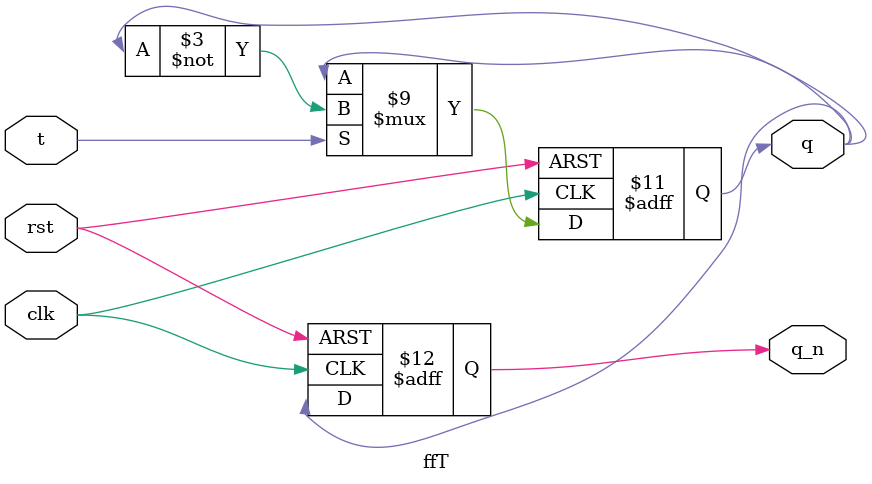
<source format=v>
`timescale 1ns / 1ps


module ffT
(
  clk,
  rst,
  t,
  q,
  q_n
);

  input clk;
  input rst;
  input t;
  output reg q;
  output reg q_n;

  always @ (posedge clk or negedge rst) begin
    if (!rst) begin
      q = 1'b0;
      q_n = 1'b1;
    end
    else begin
      if (t) begin
        q = ~q;
        q_n = ~q;
      end
      else begin
        q = q;
        q_n = q;
      end
    end
  end
endmodule
</source>
